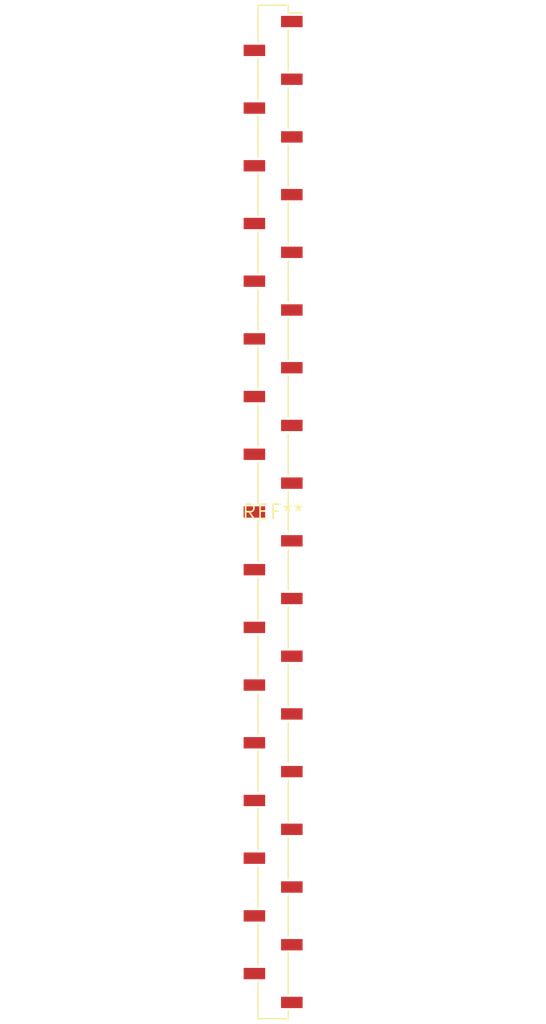
<source format=kicad_pcb>
(kicad_pcb (version 20240108) (generator pcbnew)
  (layers (0 "F.Cu" signal) (31 "B.Cu" signal) (34 "B.Paste" user) (35 "F.Paste" user) (36 "B.SilkS" user "B.Silkscreen") (37 "F.SilkS" user "F.Silkscreen") (38 "B.Mask" user) (39 "F.Mask" user) (44 "Edge.Cuts" user))
  (net 0 "")
  (footprint "PinSocket_1x35_P2.54mm_Vertical_SMD_Pin1Right" (layer "F.Cu") (at 0 0)
    (property "Reference" "REF**")
    (property "Value" "PinSocket_1x35_P2.54mm_Vertical_SMD_Pin1Right")
    (fp_line (start -1.33 -44.61) (end -1.33 -41.4) (layer "F.SilkS") (stroke (width 0.12)))
    (fp_line (start -1.33 -44.61) (end 1.33 -44.61) (layer "F.SilkS") (stroke (width 0.12)))
    (fp_line (start -1.33 -39.88) (end -1.33 -36.32) (layer "F.SilkS") (stroke (width 0.12)))
    (fp_line (start -1.33 -34.8) (end -1.33 -31.24) (layer "F.SilkS") (stroke (width 0.12)))
    (fp_line (start -1.33 -29.72) (end -1.33 -26.16) (layer "F.SilkS") (stroke (width 0.12)))
    (fp_line (start -1.33 -24.64) (end -1.33 -21.08) (layer "F.SilkS") (stroke (width 0.12)))
    (fp_line (start -1.33 -19.56) (end -1.33 -16) (layer "F.SilkS") (stroke (width 0.12)))
    (fp_line (start -1.33 -14.48) (end -1.33 -10.92) (layer "F.SilkS") (stroke (width 0.12)))
    (fp_line (start -1.33 -9.4) (end -1.33 -5.84) (layer "F.SilkS") (stroke (width 0.12)))
    (fp_line (start -1.33 -4.32) (end -1.33 -0.76) (layer "F.SilkS") (stroke (width 0.12)))
    (fp_line (start -1.33 0.76) (end -1.33 4.32) (layer "F.SilkS") (stroke (width 0.12)))
    (fp_line (start -1.33 5.84) (end -1.33 9.4) (layer "F.SilkS") (stroke (width 0.12)))
    (fp_line (start -1.33 10.92) (end -1.33 14.48) (layer "F.SilkS") (stroke (width 0.12)))
    (fp_line (start -1.33 16) (end -1.33 19.56) (layer "F.SilkS") (stroke (width 0.12)))
    (fp_line (start -1.33 21.08) (end -1.33 24.64) (layer "F.SilkS") (stroke (width 0.12)))
    (fp_line (start -1.33 26.16) (end -1.33 29.72) (layer "F.SilkS") (stroke (width 0.12)))
    (fp_line (start -1.33 31.24) (end -1.33 34.8) (layer "F.SilkS") (stroke (width 0.12)))
    (fp_line (start -1.33 36.32) (end -1.33 39.88) (layer "F.SilkS") (stroke (width 0.12)))
    (fp_line (start -1.33 41.4) (end -1.33 44.61) (layer "F.SilkS") (stroke (width 0.12)))
    (fp_line (start -1.33 44.61) (end 1.33 44.61) (layer "F.SilkS") (stroke (width 0.12)))
    (fp_line (start 1.33 -44.61) (end 1.33 -43.94) (layer "F.SilkS") (stroke (width 0.12)))
    (fp_line (start 1.33 -43.94) (end 2.54 -43.94) (layer "F.SilkS") (stroke (width 0.12)))
    (fp_line (start 1.33 -42.42) (end 1.33 -38.86) (layer "F.SilkS") (stroke (width 0.12)))
    (fp_line (start 1.33 -37.34) (end 1.33 -33.78) (layer "F.SilkS") (stroke (width 0.12)))
    (fp_line (start 1.33 -32.26) (end 1.33 -28.7) (layer "F.SilkS") (stroke (width 0.12)))
    (fp_line (start 1.33 -27.18) (end 1.33 -23.62) (layer "F.SilkS") (stroke (width 0.12)))
    (fp_line (start 1.33 -22.1) (end 1.33 -18.54) (layer "F.SilkS") (stroke (width 0.12)))
    (fp_line (start 1.33 -17.02) (end 1.33 -13.46) (layer "F.SilkS") (stroke (width 0.12)))
    (fp_line (start 1.33 -11.94) (end 1.33 -8.38) (layer "F.SilkS") (stroke (width 0.12)))
    (fp_line (start 1.33 -6.86) (end 1.33 -3.3) (layer "F.SilkS") (stroke (width 0.12)))
    (fp_line (start 1.33 -1.78) (end 1.33 1.78) (layer "F.SilkS") (stroke (width 0.12)))
    (fp_line (start 1.33 3.3) (end 1.33 6.86) (layer "F.SilkS") (stroke (width 0.12)))
    (fp_line (start 1.33 8.38) (end 1.33 11.94) (layer "F.SilkS") (stroke (width 0.12)))
    (fp_line (start 1.33 13.46) (end 1.33 17.02) (layer "F.SilkS") (stroke (width 0.12)))
    (fp_line (start 1.33 18.54) (end 1.33 22.1) (layer "F.SilkS") (stroke (width 0.12)))
    (fp_line (start 1.33 23.62) (end 1.33 27.18) (layer "F.SilkS") (stroke (width 0.12)))
    (fp_line (start 1.33 28.7) (end 1.33 32.26) (layer "F.SilkS") (stroke (width 0.12)))
    (fp_line (start 1.33 33.78) (end 1.33 37.34) (layer "F.SilkS") (stroke (width 0.12)))
    (fp_line (start 1.33 38.86) (end 1.33 42.42) (layer "F.SilkS") (stroke (width 0.12)))
    (fp_line (start 1.33 43.94) (end 1.33 44.61) (layer "F.SilkS") (stroke (width 0.12)))
    (pad "1" smd rect (at 1.65 -43.18) (size 1.9 1) (layers "F.Cu" "F.Paste" "F.Mask"))
    (pad "2" smd rect (at -1.65 -40.64) (size 1.9 1) (layers "F.Cu" "F.Paste" "F.Mask"))
    (pad "3" smd rect (at 1.65 -38.1) (size 1.9 1) (layers "F.Cu" "F.Paste" "F.Mask"))
    (pad "4" smd rect (at -1.65 -35.56) (size 1.9 1) (layers "F.Cu" "F.Paste" "F.Mask"))
    (pad "5" smd rect (at 1.65 -33.02) (size 1.9 1) (layers "F.Cu" "F.Paste" "F.Mask"))
    (pad "6" smd rect (at -1.65 -30.48) (size 1.9 1) (layers "F.Cu" "F.Paste" "F.Mask"))
    (pad "7" smd rect (at 1.65 -27.94) (size 1.9 1) (layers "F.Cu" "F.Paste" "F.Mask"))
    (pad "8" smd rect (at -1.65 -25.4) (size 1.9 1) (layers "F.Cu" "F.Paste" "F.Mask"))
    (pad "9" smd rect (at 1.65 -22.86) (size 1.9 1) (layers "F.Cu" "F.Paste" "F.Mask"))
    (pad "10" smd rect (at -1.65 -20.32) (size 1.9 1) (layers "F.Cu" "F.Paste" "F.Mask"))
    (pad "11" smd rect (at 1.65 -17.78) (size 1.9 1) (layers "F.Cu" "F.Paste" "F.Mask"))
    (pad "12" smd rect (at -1.65 -15.24) (size 1.9 1) (layers "F.Cu" "F.Paste" "F.Mask"))
    (pad "13" smd rect (at 1.65 -12.7) (size 1.9 1) (layers "F.Cu" "F.Paste" "F.Mask"))
    (pad "14" smd rect (at -1.65 -10.16) (size 1.9 1) (layers "F.Cu" "F.Paste" "F.Mask"))
    (pad "15" smd rect (at 1.65 -7.62) (size 1.9 1) (layers "F.Cu" "F.Paste" "F.Mask"))
    (pad "16" smd rect (at -1.65 -5.08) (size 1.9 1) (layers "F.Cu" "F.Paste" "F.Mask"))
    (pad "17" smd rect (at 1.65 -2.54) (size 1.9 1) (layers "F.Cu" "F.Paste" "F.Mask"))
    (pad "18" smd rect (at -1.65 0) (size 1.9 1) (layers "F.Cu" "F.Paste" "F.Mask"))
    (pad "19" smd rect (at 1.65 2.54) (size 1.9 1) (layers "F.Cu" "F.Paste" "F.Mask"))
    (pad "20" smd rect (at -1.65 5.08) (size 1.9 1) (layers "F.Cu" "F.Paste" "F.Mask"))
    (pad "21" smd rect (at 1.65 7.62) (size 1.9 1) (layers "F.Cu" "F.Paste" "F.Mask"))
    (pad "22" smd rect (at -1.65 10.16) (size 1.9 1) (layers "F.Cu" "F.Paste" "F.Mask"))
    (pad "23" smd rect (at 1.65 12.7) (size 1.9 1) (layers "F.Cu" "F.Paste" "F.Mask"))
    (pad "24" smd rect (at -1.65 15.24) (size 1.9 1) (layers "F.Cu" "F.Paste" "F.Mask"))
    (pad "25" smd rect (at 1.65 17.78) (size 1.9 1) (layers "F.Cu" "F.Paste" "F.Mask"))
    (pad "26" smd rect (at -1.65 20.32) (size 1.9 1) (layers "F.Cu" "F.Paste" "F.Mask"))
    (pad "27" smd rect (at 1.65 22.86) (size 1.9 1) (layers "F.Cu" "F.Paste" "F.Mask"))
    (pad "28" smd rect (at -1.65 25.4) (size 1.9 1) (layers "F.Cu" "F.Paste" "F.Mask"))
    (pad "29" smd rect (at 1.65 27.94) (size 1.9 1) (layers "F.Cu" "F.Paste" "F.Mask"))
    (pad "30" smd rect (at -1.65 30.48) (size 1.9 1) (layers "F.Cu" "F.Paste" "F.Mask"))
    (pad "31" smd rect (at 1.65 33.02) (size 1.9 1) (layers "F.Cu" "F.Paste" "F.Mask"))
    (pad "32" smd rect (at -1.65 35.56) (size 1.9 1) (layers "F.Cu" "F.Paste" "F.Mask"))
    (pad "33" smd rect (at 1.65 38.1) (size 1.9 1) (layers "F.Cu" "F.Paste" "F.Mask"))
    (pad "34" smd rect (at -1.65 40.64) (size 1.9 1) (layers "F.Cu" "F.Paste" "F.Mask"))
    (pad "35" smd rect (at 1.65 43.18) (size 1.9 1) (layers "F.Cu" "F.Paste" "F.Mask"))
  )
)
</source>
